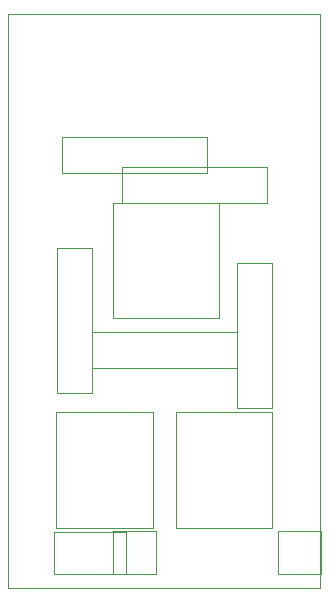
<source format=gbr>
G04 #@! TF.GenerationSoftware,KiCad,Pcbnew,5.1.5-52549c5~86~ubuntu18.04.1*
G04 #@! TF.CreationDate,2020-03-29T17:49:00+00:00*
G04 #@! TF.ProjectId,PWR,5057522e-6b69-4636-9164-5f7063625858,rev?*
G04 #@! TF.SameCoordinates,Original*
G04 #@! TF.FileFunction,Other,User*
%FSLAX46Y46*%
G04 Gerber Fmt 4.6, Leading zero omitted, Abs format (unit mm)*
G04 Created by KiCad (PCBNEW 5.1.5-52549c5~86~ubuntu18.04.1) date 2020-03-29 17:49:00*
%MOMM*%
%LPD*%
G04 APERTURE LIST*
%ADD10C,0.050000*%
G04 APERTURE END LIST*
D10*
X140690000Y-123000000D02*
X140690000Y-113200000D01*
X148840000Y-123000000D02*
X140690000Y-123000000D01*
X148840000Y-113200000D02*
X148840000Y-123000000D01*
X140690000Y-113200000D02*
X148840000Y-113200000D01*
X152930000Y-126895000D02*
X149330000Y-126895000D01*
X152930000Y-123295000D02*
X152930000Y-126895000D01*
X149330000Y-123295000D02*
X152930000Y-123295000D01*
X149330000Y-126895000D02*
X149330000Y-123295000D01*
X138960000Y-126895000D02*
X135360000Y-126895000D01*
X138960000Y-123295000D02*
X138960000Y-126895000D01*
X135360000Y-123295000D02*
X138960000Y-123295000D01*
X135360000Y-126895000D02*
X135360000Y-123295000D01*
X126470000Y-128120000D02*
X152870000Y-128120000D01*
X152870000Y-128120000D02*
X152870000Y-79520000D01*
X152870000Y-79520000D02*
X126470000Y-79520000D01*
X126470000Y-79520000D02*
X126470000Y-128120000D01*
X130320000Y-126895000D02*
X136420000Y-126895000D01*
X130320000Y-123345000D02*
X130320000Y-126895000D01*
X136420000Y-123345000D02*
X130320000Y-123345000D01*
X136420000Y-126895000D02*
X136420000Y-123345000D01*
X148820000Y-100550000D02*
X148820000Y-112810000D01*
X145820000Y-100550000D02*
X148820000Y-100550000D01*
X145820000Y-112810000D02*
X145820000Y-100550000D01*
X148820000Y-112810000D02*
X145820000Y-112810000D01*
X133570000Y-109450000D02*
X133570000Y-106450000D01*
X133570000Y-106450000D02*
X145830000Y-106450000D01*
X145830000Y-106450000D02*
X145830000Y-109450000D01*
X145830000Y-109450000D02*
X133570000Y-109450000D01*
X136110000Y-92480000D02*
X148370000Y-92480000D01*
X136110000Y-95480000D02*
X136110000Y-92480000D01*
X148370000Y-95480000D02*
X136110000Y-95480000D01*
X148370000Y-92480000D02*
X148370000Y-95480000D01*
X130580000Y-111540000D02*
X130580000Y-99280000D01*
X133580000Y-111540000D02*
X130580000Y-111540000D01*
X133580000Y-99280000D02*
X133580000Y-111540000D01*
X130580000Y-99280000D02*
X133580000Y-99280000D01*
X143290000Y-92940000D02*
X131030000Y-92940000D01*
X143290000Y-89940000D02*
X143290000Y-92940000D01*
X131030000Y-89940000D02*
X143290000Y-89940000D01*
X131030000Y-92940000D02*
X131030000Y-89940000D01*
X135390000Y-95470000D02*
X135390000Y-105190000D01*
X135390000Y-95470000D02*
X144290000Y-95470000D01*
X144290000Y-105190000D02*
X135390000Y-105190000D01*
X144290000Y-105190000D02*
X144290000Y-95470000D01*
X138710000Y-113220000D02*
X138710000Y-123020000D01*
X130560000Y-113220000D02*
X138710000Y-113220000D01*
X130560000Y-123020000D02*
X130560000Y-113220000D01*
X138710000Y-123020000D02*
X130560000Y-123020000D01*
M02*

</source>
